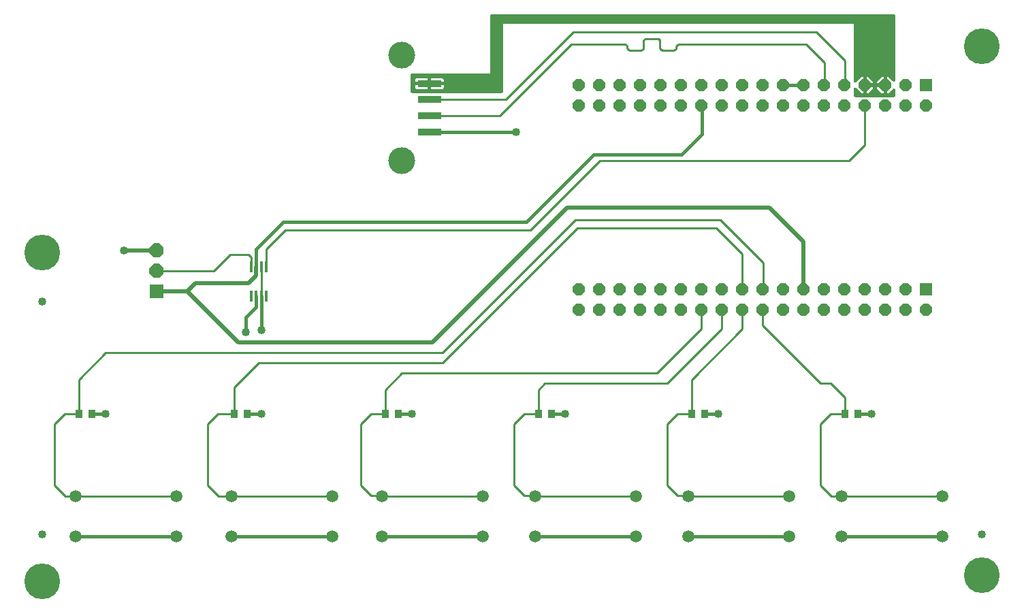
<source format=gbr>
G04 EAGLE Gerber RS-274X export*
G75*
%MOMM*%
%FSLAX34Y34*%
%LPD*%
%INTop Copper*%
%IPPOS*%
%AMOC8*
5,1,8,0,0,1.08239X$1,22.5*%
G01*
%ADD10P,1.924489X8X202.500000*%
%ADD11R,1.778000X1.778000*%
%ADD12R,0.949959X1.031241*%
%ADD13C,1.500000*%
%ADD14R,1.524000X1.524000*%
%ADD15P,1.649562X8X202.500000*%
%ADD16R,0.355600X1.320800*%
%ADD17C,3.327400*%
%ADD18R,3.000000X0.900000*%
%ADD19C,1.016000*%
%ADD20C,4.445000*%
%ADD21C,0.508000*%
%ADD22C,0.381000*%
%ADD23C,0.254000*%
%ADD24C,0.152400*%

G36*
X1107506Y648343D02*
X1107506Y648343D01*
X1107573Y648340D01*
X1107700Y648362D01*
X1107828Y648376D01*
X1107891Y648396D01*
X1107957Y648407D01*
X1108076Y648455D01*
X1108199Y648494D01*
X1108257Y648526D01*
X1108319Y648551D01*
X1108426Y648622D01*
X1108539Y648685D01*
X1108589Y648729D01*
X1108645Y648765D01*
X1108736Y648856D01*
X1108833Y648941D01*
X1108873Y648994D01*
X1108920Y649041D01*
X1108990Y649149D01*
X1109068Y649252D01*
X1109096Y649312D01*
X1109133Y649368D01*
X1109180Y649488D01*
X1109235Y649604D01*
X1109251Y649669D01*
X1109275Y649731D01*
X1109287Y649817D01*
X1109327Y649983D01*
X1109332Y650153D01*
X1109344Y650240D01*
X1109344Y656978D01*
X1109341Y657011D01*
X1109343Y657044D01*
X1109321Y657204D01*
X1109304Y657365D01*
X1109294Y657397D01*
X1109290Y657430D01*
X1109235Y657583D01*
X1109186Y657737D01*
X1109170Y657766D01*
X1109159Y657797D01*
X1109075Y657935D01*
X1108995Y658076D01*
X1108973Y658102D01*
X1108956Y658130D01*
X1108845Y658248D01*
X1108739Y658370D01*
X1108712Y658390D01*
X1108690Y658415D01*
X1108557Y658508D01*
X1108428Y658605D01*
X1108398Y658620D01*
X1108371Y658639D01*
X1108222Y658703D01*
X1108076Y658772D01*
X1108044Y658780D01*
X1108013Y658794D01*
X1107854Y658826D01*
X1107697Y658864D01*
X1107664Y658865D01*
X1107631Y658872D01*
X1107469Y658872D01*
X1107307Y658877D01*
X1107275Y658871D01*
X1107241Y658871D01*
X1107083Y658838D01*
X1106923Y658810D01*
X1106893Y658798D01*
X1106860Y658791D01*
X1106711Y658726D01*
X1106561Y658667D01*
X1106533Y658649D01*
X1106503Y658635D01*
X1106436Y658585D01*
X1106236Y658452D01*
X1106152Y658368D01*
X1106094Y658324D01*
X1100809Y653039D01*
X1098822Y653039D01*
X1098822Y662882D01*
X1098815Y662948D01*
X1098817Y663015D01*
X1098795Y663142D01*
X1098789Y663198D01*
X1098804Y663261D01*
X1098810Y663431D01*
X1098822Y663518D01*
X1098822Y673361D01*
X1100809Y673361D01*
X1106094Y668076D01*
X1106119Y668055D01*
X1106141Y668030D01*
X1106270Y667932D01*
X1106396Y667830D01*
X1106425Y667815D01*
X1106452Y667795D01*
X1106598Y667725D01*
X1106742Y667651D01*
X1106774Y667642D01*
X1106804Y667628D01*
X1106961Y667589D01*
X1107117Y667546D01*
X1107151Y667543D01*
X1107183Y667536D01*
X1107345Y667530D01*
X1107506Y667519D01*
X1107539Y667524D01*
X1107573Y667523D01*
X1107732Y667551D01*
X1107892Y667573D01*
X1107924Y667584D01*
X1107957Y667590D01*
X1108107Y667649D01*
X1108260Y667704D01*
X1108288Y667721D01*
X1108319Y667733D01*
X1108454Y667822D01*
X1108592Y667907D01*
X1108617Y667929D01*
X1108645Y667948D01*
X1108759Y668062D01*
X1108877Y668173D01*
X1108896Y668200D01*
X1108920Y668224D01*
X1109008Y668359D01*
X1109101Y668492D01*
X1109114Y668522D01*
X1109133Y668550D01*
X1109192Y668701D01*
X1109256Y668849D01*
X1109263Y668882D01*
X1109275Y668913D01*
X1109286Y668996D01*
X1109335Y669231D01*
X1109334Y669350D01*
X1109344Y669422D01*
X1109344Y749173D01*
X1109337Y749239D01*
X1109340Y749306D01*
X1109318Y749433D01*
X1109304Y749561D01*
X1109284Y749624D01*
X1109273Y749690D01*
X1109225Y749809D01*
X1109186Y749932D01*
X1109154Y749990D01*
X1109129Y750052D01*
X1109058Y750159D01*
X1108995Y750272D01*
X1108951Y750322D01*
X1108915Y750378D01*
X1108824Y750469D01*
X1108739Y750566D01*
X1108686Y750606D01*
X1108639Y750653D01*
X1108531Y750723D01*
X1108428Y750801D01*
X1108368Y750829D01*
X1108312Y750866D01*
X1108192Y750913D01*
X1108076Y750968D01*
X1108011Y750984D01*
X1107949Y751008D01*
X1107863Y751020D01*
X1107697Y751060D01*
X1107527Y751065D01*
X1107440Y751077D01*
X607060Y751077D01*
X606994Y751070D01*
X606927Y751073D01*
X606800Y751051D01*
X606672Y751037D01*
X606609Y751017D01*
X606543Y751006D01*
X606424Y750958D01*
X606301Y750919D01*
X606243Y750887D01*
X606181Y750862D01*
X606074Y750791D01*
X605961Y750728D01*
X605911Y750684D01*
X605856Y750648D01*
X605764Y750557D01*
X605667Y750472D01*
X605627Y750419D01*
X605580Y750372D01*
X605510Y750264D01*
X605432Y750161D01*
X605404Y750101D01*
X605367Y750045D01*
X605320Y749925D01*
X605265Y749809D01*
X605249Y749744D01*
X605225Y749682D01*
X605213Y749596D01*
X605173Y749430D01*
X605168Y749260D01*
X605156Y749173D01*
X605156Y677544D01*
X508000Y677544D01*
X507934Y677537D01*
X507867Y677540D01*
X507740Y677518D01*
X507612Y677504D01*
X507549Y677484D01*
X507483Y677473D01*
X507364Y677425D01*
X507241Y677386D01*
X507183Y677354D01*
X507121Y677329D01*
X507014Y677258D01*
X506901Y677195D01*
X506851Y677151D01*
X506796Y677115D01*
X506704Y677024D01*
X506607Y676939D01*
X506567Y676886D01*
X506520Y676839D01*
X506450Y676731D01*
X506372Y676628D01*
X506344Y676568D01*
X506307Y676512D01*
X506260Y676392D01*
X506205Y676276D01*
X506189Y676211D01*
X506165Y676149D01*
X506153Y676063D01*
X506113Y675897D01*
X506108Y675727D01*
X506096Y675640D01*
X506096Y655320D01*
X506103Y655254D01*
X506100Y655187D01*
X506122Y655060D01*
X506136Y654932D01*
X506156Y654869D01*
X506167Y654803D01*
X506215Y654684D01*
X506254Y654561D01*
X506286Y654503D01*
X506311Y654441D01*
X506382Y654334D01*
X506445Y654221D01*
X506489Y654171D01*
X506525Y654116D01*
X506616Y654024D01*
X506701Y653927D01*
X506754Y653887D01*
X506801Y653840D01*
X506909Y653770D01*
X507012Y653692D01*
X507072Y653664D01*
X507128Y653627D01*
X507248Y653580D01*
X507364Y653525D01*
X507429Y653509D01*
X507491Y653485D01*
X507577Y653473D01*
X507743Y653433D01*
X507913Y653428D01*
X508000Y653416D01*
X619760Y653416D01*
X619826Y653423D01*
X619893Y653420D01*
X620020Y653442D01*
X620148Y653456D01*
X620211Y653476D01*
X620277Y653487D01*
X620396Y653535D01*
X620519Y653574D01*
X620577Y653606D01*
X620639Y653631D01*
X620746Y653702D01*
X620859Y653765D01*
X620909Y653809D01*
X620965Y653845D01*
X621056Y653936D01*
X621153Y654021D01*
X621193Y654074D01*
X621240Y654121D01*
X621310Y654229D01*
X621388Y654332D01*
X621416Y654392D01*
X621453Y654448D01*
X621500Y654568D01*
X621555Y654684D01*
X621571Y654749D01*
X621595Y654811D01*
X621607Y654897D01*
X621647Y655063D01*
X621652Y655233D01*
X621664Y655320D01*
X621664Y739776D01*
X1057276Y739776D01*
X1057276Y668242D01*
X1057279Y668209D01*
X1057277Y668176D01*
X1057299Y668016D01*
X1057316Y667855D01*
X1057326Y667823D01*
X1057330Y667790D01*
X1057385Y667637D01*
X1057434Y667483D01*
X1057450Y667454D01*
X1057461Y667423D01*
X1057545Y667285D01*
X1057625Y667144D01*
X1057647Y667118D01*
X1057664Y667090D01*
X1057775Y666972D01*
X1057881Y666850D01*
X1057908Y666830D01*
X1057930Y666805D01*
X1058063Y666712D01*
X1058192Y666615D01*
X1058222Y666600D01*
X1058249Y666581D01*
X1058398Y666517D01*
X1058544Y666448D01*
X1058576Y666440D01*
X1058607Y666426D01*
X1058766Y666394D01*
X1058923Y666356D01*
X1058956Y666355D01*
X1058989Y666348D01*
X1059151Y666348D01*
X1059313Y666343D01*
X1059345Y666349D01*
X1059379Y666349D01*
X1059537Y666382D01*
X1059697Y666410D01*
X1059727Y666422D01*
X1059760Y666429D01*
X1059909Y666494D01*
X1060059Y666553D01*
X1060087Y666571D01*
X1060117Y666585D01*
X1060184Y666635D01*
X1060385Y666768D01*
X1060468Y666852D01*
X1060527Y666896D01*
X1066991Y673361D01*
X1068978Y673361D01*
X1068978Y663518D01*
X1068984Y663464D01*
X1068983Y663437D01*
X1068984Y663429D01*
X1068983Y663385D01*
X1069005Y663258D01*
X1069011Y663202D01*
X1068996Y663139D01*
X1068990Y662969D01*
X1068978Y662882D01*
X1068978Y653039D01*
X1066991Y653039D01*
X1060527Y659504D01*
X1060501Y659525D01*
X1060479Y659550D01*
X1060350Y659648D01*
X1060224Y659750D01*
X1060195Y659765D01*
X1060168Y659785D01*
X1060022Y659855D01*
X1059878Y659929D01*
X1059846Y659938D01*
X1059816Y659952D01*
X1059659Y659991D01*
X1059503Y660034D01*
X1059469Y660037D01*
X1059437Y660044D01*
X1059275Y660050D01*
X1059114Y660061D01*
X1059081Y660056D01*
X1059047Y660057D01*
X1058888Y660029D01*
X1058728Y660007D01*
X1058696Y659996D01*
X1058663Y659990D01*
X1058513Y659931D01*
X1058360Y659876D01*
X1058332Y659859D01*
X1058301Y659847D01*
X1058166Y659758D01*
X1058028Y659673D01*
X1058003Y659651D01*
X1057976Y659632D01*
X1057861Y659518D01*
X1057743Y659407D01*
X1057724Y659380D01*
X1057700Y659356D01*
X1057612Y659221D01*
X1057519Y659088D01*
X1057506Y659058D01*
X1057487Y659030D01*
X1057428Y658879D01*
X1057364Y658731D01*
X1057357Y658698D01*
X1057345Y658667D01*
X1057334Y658584D01*
X1057285Y658349D01*
X1057286Y658230D01*
X1057276Y658158D01*
X1057276Y650240D01*
X1057283Y650174D01*
X1057280Y650107D01*
X1057302Y649980D01*
X1057316Y649852D01*
X1057336Y649789D01*
X1057347Y649723D01*
X1057395Y649604D01*
X1057434Y649481D01*
X1057466Y649423D01*
X1057491Y649361D01*
X1057562Y649254D01*
X1057625Y649141D01*
X1057669Y649091D01*
X1057705Y649036D01*
X1057796Y648944D01*
X1057881Y648847D01*
X1057934Y648807D01*
X1057981Y648760D01*
X1058089Y648690D01*
X1058192Y648612D01*
X1058252Y648584D01*
X1058308Y648547D01*
X1058428Y648500D01*
X1058544Y648445D01*
X1058609Y648429D01*
X1058671Y648405D01*
X1058757Y648393D01*
X1058923Y648353D01*
X1059093Y648348D01*
X1059180Y648336D01*
X1107440Y648336D01*
X1107506Y648343D01*
G37*
%LPC*%
G36*
X532049Y667249D02*
X532049Y667249D01*
X532049Y672041D01*
X545134Y672041D01*
X545781Y671868D01*
X546360Y671533D01*
X546833Y671060D01*
X547168Y670481D01*
X547341Y669834D01*
X547341Y667249D01*
X532049Y667249D01*
G37*
%LPD*%
%LPC*%
G36*
X512259Y667249D02*
X512259Y667249D01*
X512259Y669834D01*
X512432Y670481D01*
X512767Y671060D01*
X513240Y671533D01*
X513819Y671868D01*
X514466Y672041D01*
X527551Y672041D01*
X527551Y667249D01*
X512259Y667249D01*
G37*
%LPD*%
%LPC*%
G36*
X532049Y657959D02*
X532049Y657959D01*
X532049Y662751D01*
X547341Y662751D01*
X547341Y660166D01*
X547168Y659519D01*
X546833Y658940D01*
X546360Y658467D01*
X545781Y658132D01*
X545134Y657959D01*
X532049Y657959D01*
G37*
%LPD*%
%LPC*%
G36*
X514466Y657959D02*
X514466Y657959D01*
X513819Y658132D01*
X513240Y658467D01*
X512767Y658940D01*
X512432Y659519D01*
X512259Y660166D01*
X512259Y662751D01*
X527551Y662751D01*
X527551Y657959D01*
X514466Y657959D01*
G37*
%LPD*%
%LPC*%
G36*
X1073422Y665422D02*
X1073422Y665422D01*
X1073422Y673361D01*
X1075409Y673361D01*
X1081361Y667409D01*
X1081361Y665422D01*
X1073422Y665422D01*
G37*
%LPD*%
%LPC*%
G36*
X1086439Y665422D02*
X1086439Y665422D01*
X1086439Y667409D01*
X1092391Y673361D01*
X1094378Y673361D01*
X1094378Y665422D01*
X1086439Y665422D01*
G37*
%LPD*%
%LPC*%
G36*
X1073422Y653039D02*
X1073422Y653039D01*
X1073422Y660978D01*
X1081361Y660978D01*
X1081361Y658991D01*
X1075409Y653039D01*
X1073422Y653039D01*
G37*
%LPD*%
%LPC*%
G36*
X1092391Y653039D02*
X1092391Y653039D01*
X1086439Y658991D01*
X1086439Y660978D01*
X1094378Y660978D01*
X1094378Y653039D01*
X1092391Y653039D01*
G37*
%LPD*%
D10*
X190500Y431800D03*
D11*
X190500Y406400D03*
D10*
X190500Y457200D03*
D12*
X93599Y254000D03*
X109601Y254000D03*
X287274Y254000D03*
X303276Y254000D03*
X1046099Y254000D03*
X1062101Y254000D03*
X855599Y254000D03*
X871601Y254000D03*
X665099Y254000D03*
X681101Y254000D03*
X474599Y254000D03*
X490601Y254000D03*
D13*
X89900Y152000D03*
X89900Y102000D03*
X214900Y152000D03*
X214900Y102000D03*
X283575Y152000D03*
X283575Y102000D03*
X408575Y152000D03*
X408575Y102000D03*
X1042400Y152000D03*
X1042400Y102000D03*
X1167400Y152000D03*
X1167400Y102000D03*
X851900Y152000D03*
X851900Y102000D03*
X976900Y152000D03*
X976900Y102000D03*
D14*
X1147400Y663200D03*
D15*
X1147400Y637800D03*
X1122000Y663200D03*
X1122000Y637800D03*
X1096600Y663200D03*
X1096600Y637800D03*
X1071200Y663200D03*
X1071200Y637800D03*
X1045800Y663200D03*
X1045800Y637800D03*
X1020400Y663200D03*
X1020400Y637800D03*
X995000Y663200D03*
X995000Y637800D03*
X969600Y663200D03*
X969600Y637800D03*
X944200Y663200D03*
X944200Y637800D03*
X918800Y663200D03*
X918800Y637800D03*
X893400Y663200D03*
X893400Y637800D03*
X868000Y663200D03*
X868000Y637800D03*
X842600Y663200D03*
X842600Y637800D03*
X817200Y663200D03*
X817200Y637800D03*
X791800Y663200D03*
X791800Y637800D03*
X766400Y663200D03*
X766400Y637800D03*
X741000Y663200D03*
X741000Y637800D03*
X715600Y663200D03*
X715600Y637800D03*
D14*
X1147400Y409200D03*
D15*
X1147400Y383800D03*
X1122000Y409200D03*
X1122000Y383800D03*
X1096600Y409200D03*
X1096600Y383800D03*
X1071200Y409200D03*
X1071200Y383800D03*
X1045800Y409200D03*
X1045800Y383800D03*
X1020400Y409200D03*
X1020400Y383800D03*
X995000Y409200D03*
X995000Y383800D03*
X969600Y409200D03*
X969600Y383800D03*
X944200Y409200D03*
X944200Y383800D03*
X918800Y409200D03*
X918800Y383800D03*
X893400Y409200D03*
X893400Y383800D03*
X868000Y409200D03*
X868000Y383800D03*
X842600Y409200D03*
X842600Y383800D03*
X817200Y409200D03*
X817200Y383800D03*
X791800Y409200D03*
X791800Y383800D03*
X766400Y409200D03*
X766400Y383800D03*
X741000Y409200D03*
X741000Y383800D03*
X715600Y409200D03*
X715600Y383800D03*
D13*
X661400Y152000D03*
X661400Y102000D03*
X786400Y152000D03*
X786400Y102000D03*
X470900Y152000D03*
X470900Y102000D03*
X595900Y152000D03*
X595900Y102000D03*
D16*
X307848Y400812D03*
X314198Y400812D03*
X320802Y400812D03*
X327152Y400812D03*
X327152Y437388D03*
X320802Y437388D03*
X314198Y437388D03*
X307848Y437388D03*
D17*
X495300Y569341D03*
X495300Y700659D03*
D18*
X529800Y645000D03*
X529800Y665000D03*
X529800Y625000D03*
X529800Y605000D03*
D19*
X48260Y393700D03*
X48260Y104140D03*
X1216660Y104140D03*
D20*
X48260Y45720D03*
X48260Y454660D03*
X1216660Y711200D03*
X1216660Y53340D03*
D19*
X149860Y457200D03*
D21*
X190500Y457200D01*
D19*
X301625Y355600D03*
D22*
X301625Y374650D01*
X314198Y387223D02*
X314198Y400812D01*
X314198Y387223D02*
X301625Y374650D01*
X969600Y663200D02*
X995000Y663200D01*
D19*
X637540Y604520D03*
D22*
X637060Y605000D02*
X529800Y605000D01*
D23*
X637060Y605000D02*
X637540Y604520D01*
D22*
X214900Y102000D02*
X89900Y102000D01*
X283575Y102000D02*
X408575Y102000D01*
X470900Y102000D02*
X595900Y102000D01*
X661400Y102000D02*
X786400Y102000D01*
X851900Y102000D02*
X976900Y102000D01*
X1042400Y102000D02*
X1167400Y102000D01*
D23*
X89900Y152000D02*
X76600Y152000D01*
X63500Y165100D01*
X63500Y241300D01*
X76200Y254000D01*
X93599Y254000D01*
X93599Y296799D01*
X127000Y330200D01*
X546100Y330200D01*
X711200Y495300D01*
X891540Y495300D01*
X944880Y441960D01*
X944880Y409880D01*
X944200Y409200D01*
X214900Y152000D02*
X89900Y152000D01*
D19*
X127000Y254000D03*
D22*
X109601Y254000D01*
D19*
X320675Y254000D03*
D22*
X303276Y254000D01*
D19*
X1079500Y254000D03*
D22*
X1062101Y254000D01*
D19*
X889000Y254000D03*
D22*
X871601Y254000D01*
D19*
X698500Y254000D03*
D22*
X681101Y254000D01*
D19*
X508000Y254000D03*
D22*
X490601Y254000D01*
D19*
X320675Y358775D03*
D22*
X320675Y400685D01*
D24*
X320802Y400812D01*
D23*
X320802Y437388D01*
X283575Y152000D02*
X267100Y152000D01*
X254000Y165100D02*
X254000Y241300D01*
X266700Y254000D01*
X287274Y254000D01*
X254000Y165100D02*
X267100Y152000D01*
X317500Y317500D02*
X546100Y317500D01*
X317500Y317500D02*
X287274Y287274D01*
X713740Y485140D02*
X886460Y485140D01*
X918800Y452800D01*
X918800Y409200D01*
X713740Y485140D02*
X546100Y317500D01*
X408575Y152000D02*
X283575Y152000D01*
X287274Y254000D02*
X287274Y287274D01*
X1029100Y152000D02*
X1042400Y152000D01*
X1029100Y152000D02*
X1016000Y165100D01*
X1016000Y241300D01*
X1028700Y254000D01*
X1046099Y254000D01*
X944200Y363900D02*
X944200Y383800D01*
X1016000Y292100D02*
X1028700Y292100D01*
X1046099Y274701D02*
X1046099Y254000D01*
X1016000Y292100D02*
X944200Y363900D01*
X1028700Y292100D02*
X1046099Y274701D01*
X1042400Y152000D02*
X1167400Y152000D01*
X918800Y360000D02*
X918800Y383800D01*
X918800Y360000D02*
X855599Y296799D01*
X851900Y152000D02*
X976900Y152000D01*
X851900Y152000D02*
X851500Y152400D01*
X838200Y152400D01*
X825500Y165100D01*
X825500Y241300D01*
X838200Y254000D01*
X855599Y254000D01*
X855599Y296799D01*
X673100Y292100D02*
X665099Y284099D01*
X673100Y292100D02*
X825500Y292100D01*
X893400Y360000D02*
X893400Y383800D01*
X893400Y360000D02*
X825500Y292100D01*
X786400Y152000D02*
X661400Y152000D01*
X661000Y152400D01*
X647700Y152400D01*
X635000Y165100D01*
X635000Y241300D01*
X647700Y254000D01*
X665099Y254000D01*
X665099Y284099D01*
X868000Y360000D02*
X868000Y383800D01*
X495300Y304800D02*
X474599Y284099D01*
X495300Y304800D02*
X812800Y304800D01*
X868000Y360000D01*
X595900Y152000D02*
X470900Y152000D01*
X470500Y152400D01*
X457200Y152400D01*
X444500Y165100D01*
X444500Y241300D01*
X457200Y254000D01*
X474599Y254000D01*
X474599Y284099D01*
X529800Y645000D02*
X624680Y645000D01*
X708660Y728980D01*
X1010920Y728980D01*
X1046480Y693420D01*
X1046480Y663880D01*
X1045800Y663200D01*
X617380Y625000D02*
X529800Y625000D01*
X617380Y625000D02*
X706120Y713740D01*
X772458Y713740D01*
X772569Y713738D01*
X772679Y713732D01*
X772790Y713723D01*
X772900Y713709D01*
X773009Y713692D01*
X773118Y713671D01*
X773226Y713646D01*
X773333Y713617D01*
X773439Y713585D01*
X773544Y713549D01*
X773647Y713509D01*
X773749Y713466D01*
X773850Y713419D01*
X773949Y713368D01*
X774046Y713315D01*
X774140Y713258D01*
X774233Y713197D01*
X774324Y713134D01*
X774413Y713067D01*
X774499Y712997D01*
X774582Y712924D01*
X774664Y712849D01*
X774742Y712771D01*
X774817Y712689D01*
X774890Y712606D01*
X774960Y712520D01*
X775027Y712431D01*
X775090Y712340D01*
X775151Y712247D01*
X775208Y712153D01*
X775261Y712056D01*
X775312Y711957D01*
X775359Y711856D01*
X775402Y711754D01*
X775442Y711651D01*
X775478Y711546D01*
X775510Y711440D01*
X775539Y711333D01*
X775564Y711225D01*
X775585Y711116D01*
X775602Y711007D01*
X775616Y710897D01*
X775625Y710786D01*
X775631Y710676D01*
X775633Y710565D01*
X775633Y709893D01*
X775635Y709782D01*
X775641Y709672D01*
X775650Y709561D01*
X775664Y709451D01*
X775681Y709342D01*
X775702Y709233D01*
X775727Y709125D01*
X775756Y709018D01*
X775788Y708912D01*
X775824Y708807D01*
X775864Y708704D01*
X775907Y708602D01*
X775954Y708501D01*
X776005Y708402D01*
X776058Y708306D01*
X776115Y708211D01*
X776176Y708118D01*
X776239Y708027D01*
X776306Y707938D01*
X776376Y707852D01*
X776449Y707769D01*
X776524Y707687D01*
X776602Y707609D01*
X776684Y707534D01*
X776767Y707461D01*
X776853Y707391D01*
X776942Y707324D01*
X777033Y707261D01*
X777126Y707200D01*
X777221Y707143D01*
X777317Y707090D01*
X777416Y707039D01*
X777517Y706992D01*
X777619Y706949D01*
X777722Y706909D01*
X777827Y706873D01*
X777933Y706841D01*
X778040Y706812D01*
X778148Y706787D01*
X778257Y706766D01*
X778366Y706749D01*
X778476Y706735D01*
X778587Y706726D01*
X778697Y706720D01*
X778808Y706718D01*
X792855Y706718D01*
X792966Y706720D01*
X793076Y706726D01*
X793187Y706735D01*
X793297Y706749D01*
X793406Y706766D01*
X793515Y706787D01*
X793623Y706812D01*
X793730Y706841D01*
X793836Y706873D01*
X793941Y706909D01*
X794044Y706949D01*
X794146Y706992D01*
X794247Y707039D01*
X794346Y707090D01*
X794443Y707143D01*
X794537Y707200D01*
X794630Y707261D01*
X794721Y707324D01*
X794810Y707391D01*
X794896Y707461D01*
X794979Y707534D01*
X795061Y707609D01*
X795139Y707687D01*
X795214Y707769D01*
X795287Y707852D01*
X795357Y707938D01*
X795424Y708027D01*
X795487Y708118D01*
X795548Y708211D01*
X795605Y708306D01*
X795658Y708402D01*
X795709Y708501D01*
X795756Y708602D01*
X795799Y708704D01*
X795839Y708807D01*
X795875Y708912D01*
X795907Y709018D01*
X795936Y709125D01*
X795961Y709233D01*
X795982Y709342D01*
X795999Y709451D01*
X796013Y709561D01*
X796022Y709672D01*
X796028Y709782D01*
X796030Y709893D01*
X796030Y717587D01*
X796032Y717698D01*
X796038Y717808D01*
X796047Y717919D01*
X796061Y718029D01*
X796078Y718138D01*
X796099Y718247D01*
X796124Y718355D01*
X796153Y718462D01*
X796185Y718568D01*
X796221Y718673D01*
X796261Y718776D01*
X796304Y718878D01*
X796351Y718979D01*
X796402Y719078D01*
X796455Y719175D01*
X796512Y719269D01*
X796573Y719362D01*
X796636Y719453D01*
X796703Y719542D01*
X796773Y719628D01*
X796846Y719711D01*
X796921Y719793D01*
X796999Y719871D01*
X797081Y719946D01*
X797164Y720019D01*
X797250Y720089D01*
X797339Y720156D01*
X797430Y720219D01*
X797523Y720280D01*
X797618Y720337D01*
X797714Y720390D01*
X797813Y720441D01*
X797914Y720488D01*
X798016Y720531D01*
X798119Y720571D01*
X798224Y720607D01*
X798330Y720639D01*
X798437Y720668D01*
X798545Y720693D01*
X798654Y720714D01*
X798763Y720731D01*
X798873Y720745D01*
X798984Y720754D01*
X799094Y720760D01*
X799205Y720762D01*
X813253Y720762D01*
X813364Y720760D01*
X813474Y720754D01*
X813585Y720745D01*
X813695Y720731D01*
X813804Y720714D01*
X813913Y720693D01*
X814021Y720668D01*
X814128Y720639D01*
X814234Y720607D01*
X814339Y720571D01*
X814442Y720531D01*
X814544Y720488D01*
X814645Y720441D01*
X814744Y720390D01*
X814841Y720337D01*
X814935Y720280D01*
X815028Y720219D01*
X815119Y720156D01*
X815208Y720089D01*
X815294Y720019D01*
X815377Y719946D01*
X815459Y719871D01*
X815537Y719793D01*
X815612Y719711D01*
X815685Y719628D01*
X815755Y719542D01*
X815822Y719453D01*
X815885Y719362D01*
X815946Y719269D01*
X816003Y719175D01*
X816056Y719078D01*
X816107Y718979D01*
X816154Y718878D01*
X816197Y718776D01*
X816237Y718673D01*
X816273Y718568D01*
X816305Y718462D01*
X816334Y718355D01*
X816359Y718247D01*
X816380Y718138D01*
X816397Y718029D01*
X816411Y717919D01*
X816420Y717808D01*
X816426Y717698D01*
X816428Y717587D01*
X816428Y709893D01*
X816430Y709782D01*
X816436Y709672D01*
X816445Y709561D01*
X816459Y709451D01*
X816476Y709342D01*
X816497Y709233D01*
X816522Y709125D01*
X816551Y709018D01*
X816583Y708912D01*
X816619Y708807D01*
X816659Y708704D01*
X816702Y708602D01*
X816749Y708501D01*
X816800Y708402D01*
X816853Y708306D01*
X816910Y708211D01*
X816971Y708118D01*
X817034Y708027D01*
X817101Y707938D01*
X817171Y707852D01*
X817244Y707769D01*
X817319Y707687D01*
X817397Y707609D01*
X817479Y707534D01*
X817562Y707461D01*
X817648Y707391D01*
X817737Y707324D01*
X817828Y707261D01*
X817921Y707200D01*
X818016Y707143D01*
X818112Y707090D01*
X818211Y707039D01*
X818312Y706992D01*
X818414Y706949D01*
X818517Y706909D01*
X818622Y706873D01*
X818728Y706841D01*
X818835Y706812D01*
X818943Y706787D01*
X819052Y706766D01*
X819161Y706749D01*
X819271Y706735D01*
X819382Y706726D01*
X819492Y706720D01*
X819603Y706718D01*
X833650Y706718D01*
X833761Y706720D01*
X833871Y706726D01*
X833982Y706735D01*
X834092Y706749D01*
X834201Y706766D01*
X834310Y706787D01*
X834418Y706812D01*
X834525Y706841D01*
X834631Y706873D01*
X834736Y706909D01*
X834839Y706949D01*
X834941Y706992D01*
X835042Y707039D01*
X835141Y707090D01*
X835238Y707143D01*
X835332Y707200D01*
X835425Y707261D01*
X835516Y707324D01*
X835605Y707391D01*
X835691Y707461D01*
X835774Y707534D01*
X835856Y707609D01*
X835934Y707687D01*
X836009Y707769D01*
X836082Y707852D01*
X836152Y707938D01*
X836219Y708027D01*
X836282Y708118D01*
X836343Y708211D01*
X836400Y708306D01*
X836453Y708402D01*
X836504Y708501D01*
X836551Y708602D01*
X836594Y708704D01*
X836634Y708807D01*
X836670Y708912D01*
X836702Y709018D01*
X836731Y709125D01*
X836756Y709233D01*
X836777Y709342D01*
X836794Y709451D01*
X836808Y709561D01*
X836817Y709672D01*
X836823Y709782D01*
X836825Y709893D01*
X836825Y710565D01*
X836827Y710676D01*
X836833Y710786D01*
X836842Y710897D01*
X836856Y711007D01*
X836873Y711116D01*
X836894Y711225D01*
X836919Y711333D01*
X836948Y711440D01*
X836980Y711546D01*
X837016Y711651D01*
X837056Y711754D01*
X837099Y711856D01*
X837146Y711957D01*
X837197Y712056D01*
X837250Y712153D01*
X837307Y712247D01*
X837368Y712340D01*
X837431Y712431D01*
X837498Y712520D01*
X837568Y712606D01*
X837641Y712689D01*
X837716Y712771D01*
X837794Y712849D01*
X837876Y712924D01*
X837959Y712997D01*
X838045Y713067D01*
X838134Y713134D01*
X838225Y713197D01*
X838318Y713258D01*
X838413Y713315D01*
X838509Y713368D01*
X838608Y713419D01*
X838709Y713466D01*
X838811Y713509D01*
X838914Y713549D01*
X839019Y713585D01*
X839125Y713617D01*
X839232Y713646D01*
X839340Y713671D01*
X839449Y713692D01*
X839558Y713709D01*
X839668Y713723D01*
X839779Y713732D01*
X839889Y713738D01*
X840000Y713740D01*
X998220Y713740D01*
X1021080Y690880D01*
X1021080Y663880D01*
X1020400Y663200D01*
X327152Y459232D02*
X327152Y437388D01*
X327152Y459232D02*
X350520Y482600D01*
X655320Y482600D01*
X741680Y568960D02*
X1051560Y568960D01*
X1071200Y588600D01*
X1071200Y637800D01*
X741680Y568960D02*
X655320Y482600D01*
D21*
X292100Y342900D02*
X228600Y406400D01*
X292100Y342900D02*
X533400Y342900D01*
X995000Y409200D02*
X995000Y468040D01*
X701040Y510540D02*
X533400Y342900D01*
X701040Y510540D02*
X952500Y510540D01*
X995000Y468040D01*
D22*
X868680Y601980D02*
X843280Y576580D01*
X868680Y601980D02*
X868680Y637120D01*
D23*
X868000Y637800D01*
D22*
X347980Y492760D02*
X314198Y458978D01*
X347980Y492760D02*
X650240Y492760D01*
X734060Y576580D01*
X843280Y576580D01*
D21*
X228600Y406400D02*
X190500Y406400D01*
D22*
X314198Y437388D02*
X314198Y458978D01*
D21*
X238760Y416560D02*
X228600Y406400D01*
X314198Y425958D02*
X314198Y437388D01*
X304800Y416560D02*
X238760Y416560D01*
X304800Y416560D02*
X314198Y425958D01*
D23*
X281940Y452120D02*
X261620Y431800D01*
X307848Y437388D02*
X307848Y449072D01*
X261620Y431800D02*
X190500Y431800D01*
X281940Y452120D02*
X304800Y452120D01*
X307848Y449072D01*
M02*

</source>
